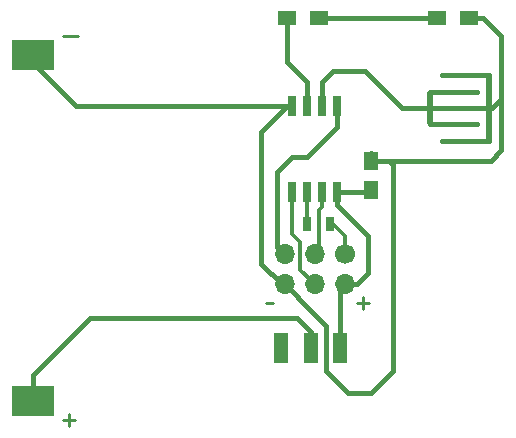
<source format=gtl>
G04 #@! TF.FileFunction,Copper,L1,Top,Signal*
%FSLAX46Y46*%
G04 Gerber Fmt 4.6, Leading zero omitted, Abs format (unit mm)*
G04 Created by KiCad (PCBNEW 4.0.6) date 03/21/19 14:01:11*
%MOMM*%
%LPD*%
G01*
G04 APERTURE LIST*
%ADD10C,0.100000*%
%ADD11C,0.400000*%
%ADD12R,1.200000X2.500000*%
%ADD13R,0.500000X5.750000*%
%ADD14R,0.500000X2.750000*%
%ADD15R,3.560000X2.600000*%
%ADD16R,1.500000X1.300000*%
%ADD17C,1.700000*%
%ADD18O,1.700000X1.700000*%
%ADD19R,0.650000X1.700000*%
%ADD20R,1.250000X1.500000*%
%ADD21R,0.700000X1.300000*%
%ADD22C,0.254000*%
%ADD23C,0.406400*%
%ADD24C,0.304800*%
G04 APERTURE END LIST*
D10*
D11*
X180689000Y-72783000D02*
X176689000Y-72783000D01*
X181689000Y-76938000D02*
X177689000Y-76938000D01*
X180689000Y-75553000D02*
X176689000Y-75553000D01*
X181689000Y-74168000D02*
X177939000Y-74168000D01*
X181689000Y-71398000D02*
X177689000Y-71398000D01*
D12*
X164124000Y-94488000D03*
X166664000Y-94488000D03*
X169124000Y-94488000D03*
D13*
X181689000Y-74168000D03*
D14*
X176689000Y-74168000D03*
D15*
X143129000Y-98978000D03*
X143129000Y-69678000D03*
D16*
X180039000Y-66548000D03*
X177339000Y-66548000D03*
D17*
X169481500Y-86550500D03*
D18*
X169481500Y-89090500D03*
X166941500Y-86550500D03*
X166941500Y-89090500D03*
X164401500Y-86550500D03*
X164401500Y-89090500D03*
D19*
X168846500Y-74010500D03*
X167576500Y-74010500D03*
X166306500Y-74010500D03*
X165036500Y-74010500D03*
X165036500Y-81310500D03*
X166306500Y-81310500D03*
X167576500Y-81310500D03*
X168846500Y-81310500D03*
D16*
X167339000Y-66548000D03*
X164639000Y-66548000D03*
D20*
X171704000Y-78633000D03*
X171704000Y-81133000D03*
D21*
X168239000Y-84008000D03*
X166339000Y-84008000D03*
D22*
X145669000Y-68072000D02*
X146939000Y-68072000D01*
X146177000Y-100076000D02*
X146177000Y-101092000D01*
X145669000Y-100584000D02*
X146685000Y-100584000D01*
X171577000Y-90678000D02*
X171323000Y-90678000D01*
X171323000Y-90678000D02*
X170561000Y-90678000D01*
X171069000Y-90170000D02*
X171069000Y-91186000D01*
X162814000Y-90678000D02*
X163449000Y-90678000D01*
D23*
X182753000Y-73406000D02*
X182753000Y-77724000D01*
X181844000Y-78633000D02*
X173248000Y-78633000D01*
X182753000Y-77724000D02*
X181844000Y-78633000D01*
X181689000Y-74168000D02*
X181991000Y-74168000D01*
X181229000Y-66548000D02*
X180039000Y-66548000D01*
X182753000Y-68072000D02*
X181229000Y-66548000D01*
X182753000Y-73406000D02*
X182753000Y-68072000D01*
X181991000Y-74168000D02*
X182753000Y-73406000D01*
X180039000Y-66548000D02*
X180213000Y-66548000D01*
X171704000Y-78633000D02*
X171704000Y-77978000D01*
X143129000Y-69678000D02*
X143129000Y-70358000D01*
X143129000Y-70358000D02*
X146781500Y-74010500D01*
X146781500Y-74010500D02*
X165036500Y-74010500D01*
X171704000Y-78633000D02*
X173248000Y-78633000D01*
X173248000Y-78633000D02*
X173609000Y-78994000D01*
X164401500Y-89090500D02*
X166624000Y-91313000D01*
X166624000Y-91313000D02*
X167894000Y-92583000D01*
X167894000Y-92583000D02*
X167894000Y-96393000D01*
X167894000Y-96393000D02*
X169799000Y-98298000D01*
X169799000Y-98298000D02*
X171704000Y-98298000D01*
X171704000Y-98298000D02*
X173609000Y-96393000D01*
X173609000Y-96393000D02*
X173609000Y-78994000D01*
X143129000Y-69678000D02*
X143129000Y-70612000D01*
X165036500Y-74010500D02*
X164622500Y-74010500D01*
X162433000Y-87376000D02*
X164147500Y-89090500D01*
X162433000Y-76200000D02*
X162433000Y-87376000D01*
X164622500Y-74010500D02*
X162433000Y-76200000D01*
X164147500Y-89090500D02*
X164401500Y-89090500D01*
X168846500Y-81310500D02*
X168846500Y-82365500D01*
X170506500Y-89090500D02*
X169481500Y-89090500D01*
X171489000Y-88108000D02*
X170506500Y-89090500D01*
X171489000Y-85008000D02*
X171489000Y-88108000D01*
X168846500Y-82365500D02*
X171489000Y-85008000D01*
X169124000Y-94488000D02*
X169124000Y-89448000D01*
X169124000Y-89448000D02*
X169481500Y-89090500D01*
X169124000Y-89448000D02*
X169481500Y-89090500D01*
X168846500Y-81310500D02*
X171526500Y-81310500D01*
X171526500Y-81310500D02*
X171704000Y-81133000D01*
D24*
X168239000Y-84008000D02*
X168489000Y-84008000D01*
X168489000Y-84008000D02*
X169481500Y-85000500D01*
X169481500Y-85000500D02*
X169481500Y-86550500D01*
X166306500Y-81310500D02*
X166306500Y-83975500D01*
X166306500Y-83975500D02*
X166339000Y-84008000D01*
X167576500Y-81310500D02*
X167576500Y-82520500D01*
X167289000Y-82808000D02*
X167289000Y-86203000D01*
X167576500Y-82520500D02*
X167289000Y-82808000D01*
X167289000Y-86203000D02*
X166941500Y-86550500D01*
X166889000Y-86498000D02*
X166941500Y-86550500D01*
X165036500Y-81310500D02*
X165036500Y-84855500D01*
X165689000Y-87838000D02*
X166941500Y-89090500D01*
X165689000Y-85508000D02*
X165689000Y-87838000D01*
X165036500Y-84855500D02*
X165689000Y-85508000D01*
D23*
X168846500Y-74010500D02*
X168846500Y-75755500D01*
X163766500Y-85915500D02*
X164401500Y-86550500D01*
X163766500Y-79565500D02*
X163766500Y-85915500D01*
X165036500Y-78295500D02*
X163766500Y-79565500D01*
X166306500Y-78295500D02*
X165036500Y-78295500D01*
X168846500Y-75755500D02*
X166306500Y-78295500D01*
X168529000Y-70993000D02*
X171196000Y-70993000D01*
X167576500Y-71945500D02*
X168529000Y-70993000D01*
X167576500Y-74010500D02*
X167576500Y-71945500D01*
X174371000Y-74168000D02*
X176689000Y-74168000D01*
X171196000Y-70993000D02*
X174371000Y-74168000D01*
X176784000Y-74168000D02*
X178054000Y-74168000D01*
X166306500Y-74010500D02*
X166306500Y-71945500D01*
X164639000Y-70278000D02*
X164639000Y-66548000D01*
X166306500Y-71945500D02*
X164639000Y-70278000D01*
X143129000Y-98978000D02*
X143129000Y-96774000D01*
X166664000Y-93131000D02*
X166664000Y-94488000D01*
X165481000Y-91948000D02*
X166664000Y-93131000D01*
X147955000Y-91948000D02*
X165481000Y-91948000D01*
X143129000Y-96774000D02*
X147955000Y-91948000D01*
X166664000Y-94488000D02*
X166664000Y-93258000D01*
X167339000Y-66548000D02*
X177339000Y-66548000D01*
M02*

</source>
